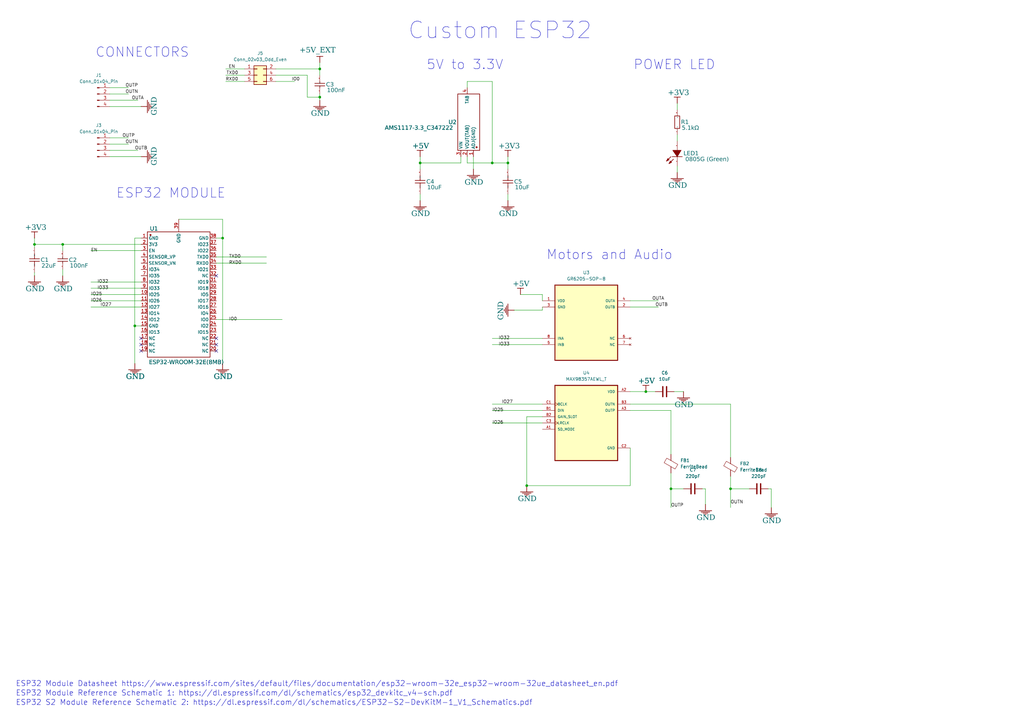
<source format=kicad_sch>
(kicad_sch (version 20231120) (generator "eeschema") (generator_version "8.0")
  (paper "User" 414.782 292.227)
  (lib_symbols
    (symbol "+3V3" (power) (pin_numbers hide) (pin_names hide)
      (property "Value" "+3V3" (at 0 3.81 0))
      (symbol "+3V3_0_0"
        (polyline (pts (xy -1.27 -2.54) (xy 1.27 -2.54)) (stroke (width 0.254)))
        (polyline (pts (xy 0 0) (xy 0 -2.54)) (stroke (width 0.254)))
        (pin power_in line (at 0 0 270) (length 0) (name "+3V3") (number "1"))
      )
    )
    (symbol "+5V" (power) (pin_numbers hide) (pin_names hide)
      (property "Value" "+5V" (at 0 3.81 0))
      (symbol "+5V_0_0"
        (polyline (pts (xy -1.27 -2.54) (xy 1.27 -2.54)) (stroke (width 0.254)))
        (polyline (pts (xy 0 0) (xy 0 -2.54)) (stroke (width 0.254)))
        (pin power_in line (at 0 0 270) (length 0) (name "+5V") (number "1"))
      )
    )
    (symbol "+5V_EXT" (power) (pin_numbers hide) (pin_names hide)
      (property "Value" "+5V_EXT" (at 0 3.81 0))
      (symbol "+5V_EXT_0_0"
        (polyline (pts (xy -1.27 -2.54) (xy 1.27 -2.54)) (stroke (width 0.254)))
        (polyline (pts (xy 0 0) (xy 0 -2.54)) (stroke (width 0.254)))
        (pin power_in line (at 0 0 270) (length 0) (name "+5V_EXT") (number "1"))
      )
    )
    (symbol "0402WGF5101TCE"
      (property "Reference" "R1" (at 1.524 0.8763 0))
      (property "Value" "5.1kΩ" (at 1.524 -1.4097 0))
      (symbol "0402WGF5101TCE_0_0"
        (rectangle (start -1.016 2.54) (end 1.016 -2.54) (stroke (width 0.254)))
        (pin input line (at 0 -5.08 90) (length 2.54) (name "1") (number "1"))
        (pin input line (at 0 5.08 270) (length 2.54) (name "2") (number "2"))
      )
    )
    (symbol "0805G (Green)"
      (property "Reference" "LED1" (at 2.54 0.9017 0))
      (property "Value" "0805G (Green)" (at 2.54 -1.4097 0))
      (symbol "0805G (Green)_0_0"
        (polyline (pts (xy -2.54 -1.27) (xy -4.318 -3.048)) (stroke (width 0.254)))
        (polyline (pts (xy -2.032 -1.27) (xy 2.032 -1.27)) (stroke (width 0.254)))
        (polyline (pts (xy -1.524 -2.286) (xy -3.302 -4.064)) (stroke (width 0.254)))
        (polyline (pts (xy -4.318 -3.048) (xy -3.81 -2.032) (xy -3.302 -2.54) (xy -4.318 -3.048)) (stroke (width 0.254)) (fill (type outline)))
        (polyline (pts (xy -3.302 -4.064) (xy -2.794 -3.048) (xy -2.286 -3.556) (xy -3.302 -4.064)) (stroke (width 0.254)) (fill (type outline)))
        (polyline (pts (xy 1.524 1.27) (xy 0 -1.27) (xy -1.778 1.27) (xy 1.524 1.27)) (stroke (width 0.254)) (fill (type outline)))
        (pin unspecified line (at 0 -5.08 90) (length 3.81) (name "K") (number "1"))
        (pin unspecified line (at 0 5.08 270) (length 3.81) (name "A") (number "2"))
      )
    )
    (symbol "AMS1117-3.3_C347222"
      (property "Reference" "U1" (at -4.318 -0.4191 0))
      (property "Value" "AMS1117-3.3_C347222" (at -4.318 -2.6543 0))
      (symbol "AMS1117-3.3_C347222_0_0"
        (rectangle (start -3.81 10.16) (end 5.08 -12.7) (stroke (width 0.254)))
        (circle (center 3.81 -11.43) (radius 0.254) (stroke (width 0.254)) (fill (type outline)))
        (pin unspecified line (at 2.54 -15.24 90) (length 2.54) (name "ADJ(GND)") (number "1"))
        (pin unspecified line (at 0 -15.24 90) (length 2.54) (name "VOUT(TAB)") (number "2"))
        (pin unspecified line (at -2.54 -15.24 90) (length 2.54) (name "VIN") (number "3"))
        (pin unspecified line (at 0 12.7 270) (length 2.54) (name "TAB") (number "4"))
      )
    )
    (symbol "CL05A106MP5NUNC_C315248"
      (property "Reference" "C1" (at 2.54 0.8509 0))
      (property "Value" "10uF" (at 2.54 -1.3843 0))
      (symbol "CL05A106MP5NUNC_C315248_0_0"
        (polyline (pts (xy -2.032 0.508) (xy 2.032 0.508)) (stroke (width 0.254)))
        (polyline (pts (xy 0 -0.508) (xy 0 -2.54)) (stroke (width 0.254)))
        (polyline (pts (xy 0 2.54) (xy 0 0.508)) (stroke (width 0.254)))
        (polyline (pts (xy 2.032 -0.508) (xy -2.032 -0.508)) (stroke (width 0.254)))
        (pin unspecified line (at 0 -5.08 90) (length 2.54) (name "1") (number "1"))
        (pin unspecified line (at 0 5.08 270) (length 2.54) (name "2") (number "2"))
      )
    )
    (symbol "CL05A106MP5NUNC_C315248_1"
      (property "Reference" "C2" (at 2.54 0.8509 0))
      (property "Value" "10uF" (at 2.54 -1.3843 0))
      (symbol "CL05A106MP5NUNC_C315248_1_0_0"
        (polyline (pts (xy -2.032 0.508) (xy 2.032 0.508)) (stroke (width 0.254)))
        (polyline (pts (xy 0 -0.508) (xy 0 -2.54)) (stroke (width 0.254)))
        (polyline (pts (xy 0 2.54) (xy 0 0.508)) (stroke (width 0.254)))
        (polyline (pts (xy 2.032 -0.508) (xy -2.032 -0.508)) (stroke (width 0.254)))
        (pin unspecified line (at 0 -5.08 90) (length 2.54) (name "1") (number "1"))
        (pin unspecified line (at 0 5.08 270) (length 2.54) (name "2") (number "2"))
      )
    )
    (symbol "CL05B104KO5NNNC_1"
      (property "Reference" "C11" (at 2.54 0.8509 0))
      (property "Value" "100nF" (at 2.54 -1.3843 0))
      (symbol "CL05B104KO5NNNC_1_0_0"
        (polyline (pts (xy -2.032 -0.508) (xy 2.032 -0.508)) (stroke (width 0.254)))
        (polyline (pts (xy -2.032 0.508) (xy 2.032 0.508)) (stroke (width 0.254)))
        (polyline (pts (xy 0 -1.27) (xy 0 -0.508)) (stroke (width 0.254)))
        (polyline (pts (xy 0 0.508) (xy 0 1.27)) (stroke (width 0.254)))
        (pin input line (at 0 -3.81 90) (length 2.54) (name "1") (number "1"))
        (pin input line (at 0 3.81 270) (length 2.54) (name "2") (number "2"))
      )
    )
    (symbol "CL05B104KO5NNNC_5"
      (property "Reference" "C12" (at 2.54 0.8509 0))
      (property "Value" "100nF" (at 2.54 -1.3843 0))
      (symbol "CL05B104KO5NNNC_5_0_0"
        (polyline (pts (xy -2.032 -0.508) (xy 2.032 -0.508)) (stroke (width 0.254)))
        (polyline (pts (xy -2.032 0.508) (xy 2.032 0.508)) (stroke (width 0.254)))
        (polyline (pts (xy 0 -1.27) (xy 0 -0.508)) (stroke (width 0.254)))
        (polyline (pts (xy 0 0.508) (xy 0 1.27)) (stroke (width 0.254)))
        (pin input line (at 0 -3.81 90) (length 2.54) (name "1") (number "1"))
        (pin input line (at 0 3.81 270) (length 2.54) (name "2") (number "2"))
      )
    )
    (symbol "CL21A226MAYNNNE"
      (property "Reference" "C10" (at 2.54 0.8763 0))
      (property "Value" "22uF" (at 2.54 -1.4097 0))
      (symbol "CL21A226MAYNNNE_0_0"
        (polyline (pts (xy -2.032 0.508) (xy 2.032 0.508)) (stroke (width 0.254)))
        (polyline (pts (xy 0 -0.508) (xy 0 -2.54)) (stroke (width 0.254)))
        (polyline (pts (xy 0 2.54) (xy 0 0.508)) (stroke (width 0.254)))
        (polyline (pts (xy 2.032 -0.508) (xy -2.032 -0.508)) (stroke (width 0.254)))
        (pin unspecified line (at 0 -5.08 90) (length 2.54) (name "1") (number "1"))
        (pin unspecified line (at 0 5.08 270) (length 2.54) (name "2") (number "2"))
      )
    )
    (symbol "Connector:Conn_01x04_Pin" (pin_names (offset 1.016) hide)
      (property "Reference" "J" (at 0 5.08 0))
      (property "Value" "Conn_01x04_Pin" (at 0 -7.62 0))
      (symbol "Conn_01x04_Pin_1_1"
        (polyline (pts (xy 1.27 -5.08) (xy 0.8636 -5.08)) (stroke (width 0.1524)))
        (polyline (pts (xy 1.27 -2.54) (xy 0.8636 -2.54)) (stroke (width 0.1524)))
        (polyline (pts (xy 1.27 0) (xy 0.8636 0)) (stroke (width 0.1524)))
        (polyline (pts (xy 1.27 2.54) (xy 0.8636 2.54)) (stroke (width 0.1524)))
        (rectangle (start 0.8636 -4.953) (end 0 -5.207) (stroke (width 0.1524)) (fill (type outline)))
        (rectangle (start 0.8636 -2.413) (end 0 -2.667) (stroke (width 0.1524)) (fill (type outline)))
        (rectangle (start 0.8636 0.127) (end 0 -0.127) (stroke (width 0.1524)) (fill (type outline)))
        (rectangle (start 0.8636 2.667) (end 0 2.413) (stroke (width 0.1524)) (fill (type outline)))
        (pin passive line (at 5.08 2.54 180) (length 3.81) (name "Pin_1") (number "1"))
        (pin passive line (at 5.08 0 180) (length 3.81) (name "Pin_2") (number "2"))
        (pin passive line (at 5.08 -2.54 180) (length 3.81) (name "Pin_3") (number "3"))
        (pin passive line (at 5.08 -5.08 180) (length 3.81) (name "Pin_4") (number "4"))
      )
    )
    (symbol "Connector_Generic:Conn_02x03_Odd_Even" (pin_names (offset 1.016) hide)
      (property "Reference" "J" (at 1.27 5.08 0))
      (property "Value" "Conn_02x03_Odd_Even" (at 1.27 -5.08 0))
      (symbol "Conn_02x03_Odd_Even_1_1"
        (rectangle (start -1.27 -2.413) (end 0 -2.667) (stroke (width 0.1524)))
        (rectangle (start -1.27 0.127) (end 0 -0.127) (stroke (width 0.1524)))
        (rectangle (start -1.27 2.667) (end 0 2.413) (stroke (width 0.1524)))
        (rectangle (start -1.27 3.81) (end 3.81 -3.81) (stroke (width 0.254)) (fill (type background)))
        (rectangle (start 3.81 -2.413) (end 2.54 -2.667) (stroke (width 0.1524)))
        (rectangle (start 3.81 0.127) (end 2.54 -0.127) (stroke (width 0.1524)))
        (rectangle (start 3.81 2.667) (end 2.54 2.413) (stroke (width 0.1524)))
        (pin passive line (at -5.08 2.54 0) (length 3.81) (name "Pin_1") (number "1"))
        (pin passive line (at 7.62 2.54 180) (length 3.81) (name "Pin_2") (number "2"))
        (pin passive line (at -5.08 0 0) (length 3.81) (name "Pin_3") (number "3"))
        (pin passive line (at 7.62 0 180) (length 3.81) (name "Pin_4") (number "4"))
        (pin passive line (at -5.08 -2.54 0) (length 3.81) (name "Pin_5") (number "5"))
        (pin passive line (at 7.62 -2.54 180) (length 3.81) (name "Pin_6") (number "6"))
      )
    )
    (symbol "Device:C" (pin_numbers hide) (pin_names (offset 0.254))
      (property "Reference" "C" (at 0.635 2.54 0))
      (property "Value" "C" (at 0.635 -2.54 0))
      (symbol "C_0_1"
        (polyline (pts (xy -2.032 -0.762) (xy 2.032 -0.762)) (stroke (width 0.508)))
        (polyline (pts (xy -2.032 0.762) (xy 2.032 0.762)) (stroke (width 0.508)))
      )
      (symbol "C_1_1"
        (pin passive line (at 0 3.81 270) (length 2.794) (name "~") (number "1"))
        (pin passive line (at 0 -3.81 90) (length 2.794) (name "~") (number "2"))
      )
    )
    (symbol "Device:FerriteBead" (pin_numbers hide) (pin_names (offset 0))
      (property "Reference" "FB" (at -3.81 0.635 90))
      (property "Value" "FerriteBead" (at 3.81 0 90))
      (symbol "FerriteBead_0_1"
        (polyline (pts (xy 0 -1.27) (xy 0 -1.2192)))
        (polyline (pts (xy 0 1.27) (xy 0 1.2954)))
        (polyline (pts (xy -2.7686 0.4064) (xy -1.7018 2.2606) (xy 2.7686 -0.3048) (xy 1.6764 -2.159) (xy -2.7686 0.4064)))
      )
      (symbol "FerriteBead_1_1"
        (pin passive line (at 0 3.81 270) (length 2.54) (name "~") (number "1"))
        (pin passive line (at 0 -3.81 90) (length 2.54) (name "~") (number "2"))
      )
    )
    (symbol "ESP32-WROOM-32E(8MB)"
      (property "Reference" "U3" (at -11.6586 30.0609 0))
      (property "Value" "ESP32-WROOM-32E(8MB)" (at -13.843 -23.9903 0))
      (symbol "ESP32-WROOM-32E(8MB)_0_0"
        (rectangle (start -12.7 27.94) (end 12.7 -22.86) (stroke (width 0.254)))
        (circle (center -11.43 26.67) (radius 0.254) (stroke (width 0.254)) (fill (type outline)))
        (pin unspecified line (at -15.24 25.4 0) (length 2.54) (name "GND") (number "1"))
        (pin unspecified line (at -15.24 2.54 0) (length 2.54) (name "IO25") (number "10"))
        (pin unspecified line (at -15.24 0 0) (length 2.54) (name "IO26") (number "11"))
        (pin unspecified line (at -15.24 -2.54 0) (length 2.54) (name "IO27") (number "12"))
        (pin unspecified line (at -15.24 -5.08 0) (length 2.54) (name "IO14") (number "13"))
        (pin unspecified line (at -15.24 -7.62 0) (length 2.54) (name "IO12") (number "14"))
        (pin unspecified line (at -15.24 -10.16 0) (length 2.54) (name "GND") (number "15"))
        (pin unspecified line (at -15.24 -12.7 0) (length 2.54) (name "IO13") (number "16"))
        (pin unspecified line (at -15.24 -15.24 0) (length 2.54) (name "NC") (number "17"))
        (pin unspecified line (at -15.24 -17.78 0) (length 2.54) (name "NC") (number "18"))
        (pin unspecified line (at -15.24 -20.32 0) (length 2.54) (name "NC") (number "19"))
        (pin unspecified line (at -15.24 22.86 0) (length 2.54) (name "3V3") (number "2"))
        (pin unspecified line (at 15.24 -20.32 180) (length 2.54) (name "NC") (number "20"))
        (pin unspecified line (at 15.24 -17.78 180) (length 2.54) (name "NC") (number "21"))
        (pin unspecified line (at 15.24 -15.24 180) (length 2.54) (name "NC") (number "22"))
        (pin unspecified line (at 15.24 -12.7 180) (length 2.54) (name "IO15") (number "23"))
        (pin unspecified line (at 15.24 -10.16 180) (length 2.54) (name "IO2") (number "24"))
        (pin unspecified line (at 15.24 -7.62 180) (length 2.54) (name "IO0") (number "25"))
        (pin unspecified line (at 15.24 -5.08 180) (length 2.54) (name "IO4") (number "26"))
        (pin unspecified line (at 15.24 -2.54 180) (length 2.54) (name "IO16") (number "27"))
        (pin unspecified line (at 15.24 0 180) (length 2.54) (name "IO17") (number "28"))
        (pin unspecified line (at 15.24 2.54 180) (length 2.54) (name "IO5") (number "29"))
        (pin unspecified line (at -15.24 20.32 0) (length 2.54) (name "EN") (number "3"))
        (pin unspecified line (at 15.24 5.08 180) (length 2.54) (name "IO18") (number "30"))
        (pin unspecified line (at 15.24 7.62 180) (length 2.54) (name "IO19") (number "31"))
        (pin unspecified line (at 15.24 10.16 180) (length 2.54) (name "NC") (number "32"))
        (pin unspecified line (at 15.24 12.7 180) (length 2.54) (name "IO21") (number "33"))
        (pin unspecified line (at 15.24 15.24 180) (length 2.54) (name "RXD0") (number "34"))
        (pin unspecified line (at 15.24 17.78 180) (length 2.54) (name "TXD0") (number "35"))
        (pin unspecified line (at 15.24 20.32 180) (length 2.54) (name "IO22") (number "36"))
        (pin unspecified line (at 15.24 22.86 180) (length 2.54) (name "IO23") (number "37"))
        (pin unspecified line (at 15.24 25.4 180) (length 2.54) (name "GND") (number "38"))
        (pin unspecified line (at 0 33.02 270) (length 5.08) (name "GND") (number "39"))
        (pin unspecified line (at -15.24 17.78 0) (length 2.54) (name "SENSOR_VP") (number "4"))
        (pin unspecified line (at -15.24 15.24 0) (length 2.54) (name "SENSOR_VN") (number "5"))
        (pin unspecified line (at -15.24 12.7 0) (length 2.54) (name "IO34") (number "6"))
        (pin unspecified line (at -15.24 10.16 0) (length 2.54) (name "IO35") (number "7"))
        (pin unspecified line (at -15.24 7.62 0) (length 2.54) (name "IO32") (number "8"))
        (pin unspecified line (at -15.24 5.08 0) (length 2.54) (name "IO33") (number "9"))
      )
    )
    (symbol "GND" (power) (pin_numbers hide) (pin_names hide)
      (property "Value" "GND" (at 0 6.35 0))
      (symbol "GND_0_0"
        (polyline (pts (xy -2.54 -2.54) (xy 2.54 -2.54)) (stroke (width 0.254)))
        (polyline (pts (xy -1.778 -3.048) (xy 1.778 -3.048)) (stroke (width 0.254)))
        (polyline (pts (xy -1.016 -3.556) (xy 1.016 -3.556)) (stroke (width 0.254)))
        (polyline (pts (xy -0.254 -4.064) (xy 0.254 -4.064)) (stroke (width 0.254)))
        (polyline (pts (xy 0 0) (xy 0 -2.54)) (stroke (width 0.254)))
        (pin power_in line (at 0 0 270) (length 0) (name "GND") (number "1"))
      )
    )
    (symbol "GR6205-SOP-8:GR6205-SOP-8" (pin_names (offset 1.016))
      (property "Reference" "U" (at -5.4943 14.9312 0))
      (property "Value" "GR6205-SOP-8" (at -3.0235 -20.8853 0))
      (symbol "GR6205-SOP-8_0_0"
        (rectangle (start -12.7 12.7) (end 12.7 -17.78) (stroke (width 0.4064)) (fill (type background)))
      )
      (symbol "GR6205-SOP-8_1_0"
        (pin power_in line (at -17.78 6.35 0) (length 5.08) (name "VDD") (number "1"))
        (pin output line (at 17.78 3.81 180) (length 5.08) (name "OUTB") (number "2"))
        (pin power_in line (at -17.78 3.81 0) (length 5.08) (name "GND") (number "3"))
        (pin output line (at 17.78 6.35 180) (length 5.08) (name "OUTA") (number "4"))
        (pin input line (at -17.78 -11.43 0) (length 5.08) (name "INB") (number "5"))
        (pin no_connect line (at 17.78 -8.89 180) (length 5.08) (name "NC") (number "6"))
        (pin no_connect line (at 17.78 -11.43 180) (length 5.08) (name "NC") (number "7"))
        (pin input line (at -17.78 -8.89 0) (length 5.08) (name "INA") (number "8"))
      )
    )
    (symbol "MAX98357AEWL_T:MAX98357AEWL_T" (pin_names (offset 1.016))
      (property "Reference" "U" (at -12.7 16.24 0))
      (property "Value" "MAX98357AEWL_T" (at -12.7 -19.24 0))
      (symbol "MAX98357AEWL_T_0_0"
        (rectangle (start -12.7 -15.24) (end 12.7 15.24) (stroke (width 0.41)) (fill (type background)))
        (pin input line (at -17.78 -2.54 0) (length 5.08) (name "SD_MODE") (number "A1"))
        (pin power_in line (at 17.78 12.7 180) (length 5.08) (name "VDD") (number "A2"))
        (pin output line (at 17.78 5.08 180) (length 5.08) (name "OUTP") (number "A3"))
        (pin input line (at -17.78 5.08 0) (length 5.08) (name "DIN") (number "B1"))
        (pin input line (at -17.78 2.54 0) (length 5.08) (name "GAIN_SLOT") (number "B2"))
        (pin output line (at 17.78 7.62 180) (length 5.08) (name "OUTN") (number "B3"))
        (pin input clock (at -17.78 7.62 0) (length 5.08) (name "BCLK") (number "C1"))
        (pin power_in line (at 17.78 -10.16 180) (length 5.08) (name "GND") (number "C2"))
        (pin input clock (at -17.78 0 0) (length 5.08) (name "LRCLK") (number "C3"))
      )
    )
  )
  (junction (at 205.74 66.04))
  (junction (at 25.4 99.06))
  (junction (at 170.18 66.04))
  (junction (at 54.61 132.08))
  (junction (at 129.54 39.37))
  (junction (at 271.78 198.12))
  (junction (at 90.17 96.52))
  (junction (at 199.39 66.04))
  (junction (at 13.97 99.06))
  (junction (at 213.36 196.85))
  (junction (at 295.91 198.12))
  (junction (at 261.62 158.75))
  (junction (at 129.54 27.94))
  (no_connect (at 87.63 137.16))
  (no_connect (at 57.15 137.16))
  (no_connect (at 57.15 139.7))
  (no_connect (at 57.15 142.24))
  (no_connect (at 87.63 142.24))
  (no_connect (at 87.63 139.7))
  (no_connect (at 87.63 111.76))
  (wire (pts (xy 129.54 25.4) (xy 129.54 27.94)))
  (wire (pts (xy 189.23 35.56) (xy 189.23 33.02)))
  (wire (pts (xy 208.28 125.73) (xy 219.71 125.73)))
  (wire (pts (xy 129.54 27.94) (xy 129.54 30.48)))
  (wire (pts (xy 170.18 66.04) (xy 170.18 63.5)))
  (wire (pts (xy 25.4 101.6) (xy 25.4 99.06)))
  (wire (pts (xy 219.71 119.38) (xy 219.71 121.92)))
  (wire (pts (xy 219.71 171.45) (xy 199.39 171.45)))
  (wire (pts (xy 124.46 39.37) (xy 129.54 39.37)))
  (wire (pts (xy 170.18 78.74) (xy 170.18 81.28)))
  (wire (pts (xy 91.44 33.02) (xy 99.06 33.02)))
  (wire (pts (xy 199.39 139.7) (xy 219.71 139.7)))
  (wire (pts (xy 13.97 110.49) (xy 13.97 111.76)))
  (wire (pts (xy 271.78 166.37) (xy 271.78 184.15)))
  (wire (pts (xy 44.45 35.56) (xy 52.07 35.56)))
  (wire (pts (xy 55.88 60.96) (xy 44.45 60.96)))
  (wire (pts (xy 107.95 104.14) (xy 87.63 104.14)))
  (wire (pts (xy 273.05 158.75) (xy 276.86 158.75)))
  (wire (pts (xy 261.62 158.75) (xy 265.43 158.75)))
  (wire (pts (xy 111.76 33.02) (xy 119.38 33.02)))
  (wire (pts (xy 25.4 99.06) (xy 13.97 99.06)))
  (wire (pts (xy 274.32 67.31) (xy 274.32 69.85)))
  (wire (pts (xy 44.45 40.64) (xy 55.88 40.64)))
  (wire (pts (xy 205.74 78.74) (xy 205.74 81.28)))
  (wire (pts (xy 111.76 30.48) (xy 124.46 30.48)))
  (wire (pts (xy 295.91 198.12) (xy 303.53 198.12)))
  (wire (pts (xy 199.39 66.04) (xy 189.23 66.04)))
  (wire (pts (xy 107.95 106.68) (xy 87.63 106.68)))
  (wire (pts (xy 213.36 168.91) (xy 213.36 196.85)))
  (wire (pts (xy 44.45 55.88) (xy 52.07 55.88)))
  (wire (pts (xy 205.74 68.58) (xy 205.74 66.04)))
  (wire (pts (xy 129.54 39.37) (xy 129.54 40.64)))
  (wire (pts (xy 44.45 58.42) (xy 52.07 58.42)))
  (wire (pts (xy 271.78 198.12) (xy 276.86 198.12)))
  (wire (pts (xy 210.82 119.38) (xy 219.71 119.38)))
  (wire (pts (xy 13.97 99.06) (xy 13.97 100.33)))
  (wire (pts (xy 13.97 96.52) (xy 13.97 99.06)))
  (wire (pts (xy 186.69 66.04) (xy 170.18 66.04)))
  (wire (pts (xy 271.78 198.12) (xy 271.78 205.74)))
  (wire (pts (xy 219.71 137.16) (xy 199.39 137.16)))
  (wire (pts (xy 57.15 124.46) (xy 36.83 124.46)))
  (wire (pts (xy 311.15 198.12) (xy 312.42 198.12)))
  (wire (pts (xy 90.17 88.9) (xy 90.17 96.52)))
  (wire (pts (xy 57.15 119.38) (xy 36.83 119.38)))
  (wire (pts (xy 57.15 99.06) (xy 25.4 99.06)))
  (wire (pts (xy 266.7 124.46) (xy 255.27 124.46)))
  (wire (pts (xy 219.71 166.37) (xy 199.39 166.37)))
  (wire (pts (xy 255.27 166.37) (xy 271.78 166.37)))
  (wire (pts (xy 91.44 27.94) (xy 99.06 27.94)))
  (wire (pts (xy 219.71 168.91) (xy 213.36 168.91)))
  (wire (pts (xy 191.77 63.5) (xy 191.77 68.58)))
  (wire (pts (xy 90.17 96.52) (xy 90.17 147.32)))
  (wire (pts (xy 219.71 163.83) (xy 199.39 163.83)))
  (wire (pts (xy 129.54 38.1) (xy 129.54 39.37)))
  (wire (pts (xy 54.61 96.52) (xy 54.61 132.08)))
  (wire (pts (xy 189.23 33.02) (xy 199.39 33.02)))
  (wire (pts (xy 295.91 198.12) (xy 295.91 205.74)))
  (wire (pts (xy 54.61 132.08) (xy 54.61 147.32)))
  (wire (pts (xy 44.45 43.18) (xy 57.15 43.18)))
  (wire (pts (xy 87.63 96.52) (xy 90.17 96.52)))
  (wire (pts (xy 295.91 163.83) (xy 295.91 185.42)))
  (wire (pts (xy 72.39 88.9) (xy 90.17 88.9)))
  (wire (pts (xy 312.42 198.12) (xy 312.42 205.74)))
  (wire (pts (xy 205.74 63.5) (xy 205.74 66.04)))
  (wire (pts (xy 111.76 27.94) (xy 129.54 27.94)))
  (wire (pts (xy 271.78 191.77) (xy 271.78 198.12)))
  (wire (pts (xy 57.15 101.6) (xy 36.83 101.6)))
  (wire (pts (xy 57.15 116.84) (xy 36.83 116.84)))
  (wire (pts (xy 114.3 129.54) (xy 87.63 129.54)))
  (wire (pts (xy 186.69 63.5) (xy 186.69 66.04)))
  (wire (pts (xy 274.32 54.61) (xy 274.32 57.15)))
  (wire (pts (xy 255.27 121.92) (xy 266.7 121.92)))
  (wire (pts (xy 57.15 96.52) (xy 54.61 96.52)))
  (wire (pts (xy 91.44 30.48) (xy 99.06 30.48)))
  (wire (pts (xy 255.27 163.83) (xy 295.91 163.83)))
  (wire (pts (xy 219.71 125.73) (xy 219.71 124.46)))
  (wire (pts (xy 295.91 193.04) (xy 295.91 198.12)))
  (wire (pts (xy 189.23 66.04) (xy 189.23 63.5)))
  (wire (pts (xy 44.45 38.1) (xy 52.07 38.1)))
  (wire (pts (xy 205.74 66.04) (xy 199.39 66.04)))
  (wire (pts (xy 213.36 196.85) (xy 255.27 196.85)))
  (wire (pts (xy 57.15 114.3) (xy 36.83 114.3)))
  (wire (pts (xy 199.39 33.02) (xy 199.39 66.04)))
  (wire (pts (xy 285.75 198.12) (xy 285.75 204.47)))
  (wire (pts (xy 170.18 68.58) (xy 170.18 66.04)))
  (wire (pts (xy 255.27 181.61) (xy 255.27 196.85)))
  (wire (pts (xy 25.4 109.22) (xy 25.4 111.76)))
  (wire (pts (xy 284.48 198.12) (xy 285.75 198.12)))
  (wire (pts (xy 44.45 63.5) (xy 57.15 63.5)))
  (wire (pts (xy 274.32 44.45) (xy 274.32 41.91)))
  (wire (pts (xy 57.15 121.92) (xy 36.83 121.92)))
  (wire (pts (xy 57.15 132.08) (xy 54.61 132.08)))
  (wire (pts (xy 124.46 30.48) (xy 124.46 39.37)))
  (wire (pts (xy 255.27 158.75) (xy 261.62 158.75)))
  (text "POWER LED" (at 256.54 24.0792 0) (effects (font (size 3.8608 3.8608)) (justify left top)))
  (text "Motors and Audio" (at 221.234 101.092 0) (effects (font (size 3.8608 3.8608)) (justify left top)))
  (text "Custom ESP32\n" (at 165.1 8.4836 0) (effects (font (size 6.7564 6.7564)) (justify left top)))
  (text "ESP32 Module Reference Schematic 1: https://dl.espressif.com/dl/schematics/esp32_devkitc_v4-sch.pdf" (at 6.35 279.7683 0) (effects (font (size 2.1717 2.1717)) (justify left top)))
  (text "ESP32 MODULE" (at 46.99 76.1492 0) (effects (font (size 3.8608 3.8608)) (justify left top)))
  (text "CONNECTORS" (at 38.608 19.05 0) (effects (font (size 3.8608 3.8608)) (justify left top)))
  (text "ESP32 Module Datasheet https://www.espressif.com/sites/default/files/documentation/esp32-wroom-32e_esp32-wroom-32ue_datasheet_en.pdf" (at 6.35 275.9583 0) (effects (font (size 2.1717 2.1717)) (justify left top)))
  (text "5V to 3.3V" (at 172.72 24.0792 0) (effects (font (size 3.8608 3.8608)) (justify left top)))
  (text "ESP32 S2 Module Reference Schematic 2: https://dl.espressif.com/dl/schematics/ESP32-S2-DevKitM-1_V1_Schematics.pdf" (at 6.35 283.5783 0) (effects (font (size 2.1717 2.1717)) (justify left top)))
  (label "TXD0" (at 96.52 30.48 180))
  (label "OUTA" (at 53.34 40.64 0))
  (label "IO27" (at 203.2 163.83 0))
  (label "IO33" (at 39.37 116.84 0))
  (label "IO25" (at 199.39 166.37 0))
  (label "OUTB" (at 54.61 60.96 0))
  (label "OUTP" (at 50.8 35.56 0))
  (label "EN" (at 95.25 27.94 180))
  (label "IO27" (at 40.64 124.46 0))
  (label "OUTN" (at 50.8 38.1 0))
  (label "OUTP" (at 49.53 55.88 0))
  (label "IO32" (at 39.37 114.3 0))
  (label "IO25" (at 36.83 119.38 0))
  (label "IO32" (at 201.93 137.16 0))
  (label "OUTN" (at 50.8 58.42 0))
  (label "OUTB" (at 265.43 124.46 0))
  (label "IO26" (at 36.83 121.92 0))
  (label "IO0" (at 92.71 129.54 0))
  (label "RXD0" (at 92.71 106.68 0))
  (label "OUTP" (at 271.78 205.74 0))
  (label "IO26" (at 199.39 171.45 0))
  (label "TXD0" (at 92.71 104.14 0))
  (label "IO0" (at 118.11 33.02 0))
  (label "RXD0" (at 96.52 33.02 180))
  (label "OUTA" (at 264.16 121.92 0))
  (label "OUTN" (at 295.91 204.47 0))
  (label "EN" (at 36.83 101.6 0))
  (label "IO33" (at 201.93 139.7 0))
  (symbol (lib_id "GND") (at 57.15 43.18 90) (unit 1)
    (property "Reference" "#PWR0102" (effects (hide yes)))
    (property "Value" "GND" (at 63.754 46.482 0) (effects (font (size 2.1717 2.1717)) (justify left bottom)))
    (property "Description" "Power symbol creates a global label with name 'GND'" (effects (hide yes)))
  )
  (symbol (lib_id "MAX98357AEWL_T:MAX98357AEWL_T") (at 237.49 171.45 0) (unit 1)
    (property "Reference" "U4" (at 237.49 151.13 0))
    (property "Value" "MAX98357AEWL_T" (at 237.49 153.67 0))
    (property "Footprint" "MAX98357AEWL_T:BGA9N40P3X3_134X143X69N" (effects (hide yes)))
    (property "MF" "Analog Devices" (effects (hide yes)))
    (property "Description_1" "\n                        \n                            Tiny, Low-Cost, PCM Class D Amplifier with Class AB Performance\n                        \n" (effects (hide yes)))
    (property "Package" "WLP-9 Maxim" (effects (hide yes)))
    (property "Price" "None" (effects (hide yes)))
    (property "SnapEDA_Link" "https://www.snapeda.com/parts/MAX98357AEWL+T/Analog+Devices/view-part/?ref=snap" (effects (hide yes)))
    (property "MP" "MAX98357AEWL+T" (effects (hide yes)))
    (property "Availability" "In Stock" (effects (hide yes)))
    (property "Check_prices" "https://www.snapeda.com/parts/MAX98357AEWL+T/Analog+Devices/view-part/?ref=eda" (effects (hide yes)))
  )
  (symbol (lib_id "0402WGF5101TCE") (at 274.32 49.53 0) (unit 1)
    (property "Reference" "R1" (at 275.844 48.6537 0) (effects (font (size 1.6891 1.6891)) (justify left top)))
    (property "Value" "5.1kΩ" (at 275.844 50.9397 0) (effects (font (size 1.6891 1.6891)) (justify left top)))
    (property "Footprint" "5-1-ohm-resistor:RES_ERJ2RKF5101X" (effects (hide yes)))
    (property "Manufacturer Part" "0402WGF5101TCE" (effects (hide yes)))
    (property "Manufacturer" "UniOhm" (effects (hide yes)))
    (property "Supplier Part" "C25905" (effects (hide yes)))
    (property "Supplier" "LCSC" (effects (hide yes)))
  )
  (symbol (lib_id "GND") (at 90.17 147.32 0) (unit 1)
    (property "Reference" "#PWR0117" (effects (hide yes)))
    (property "Value" "GND" (at 86.868 153.924 0) (effects (font (size 2.1717 2.1717)) (justify left bottom)))
    (property "Description" "Power symbol creates a global label with name 'GND'" (effects (hide yes)))
  )
  (symbol (lib_id "+5V") (at 261.62 158.75 0) (mirror x) (unit 1)
    (property "Reference" "#PWR0108" (effects (hide yes)))
    (property "Value" "+5V" (at 258.3688 155.7274 0) (effects (font (size 2.1717 2.1717)) (justify left top)))
    (property "Description" "Power symbol creates a global label with name '+5V'" (effects (hide yes)))
  )
  (symbol (lib_id "Device:C") (at 269.24 158.75 90) (unit 1)
    (property "Reference" "C6" (at 269.24 151.13 90))
    (property "Value" "10uF" (at 269.24 153.67 90))
    (property "Footprint" "10 uF capacitor:CAPC1608X90N" (effects (hide yes)))
    (property "Description" "Unpolarized capacitor" (effects (hide yes)))
  )
  (symbol (lib_id "Device:FerriteBead") (at 295.91 189.23 0) (unit 1)
    (property "Reference" "FB2" (at 299.72 187.9091 0) (effects (justify left)))
    (property "Value" "FerriteBead" (at 299.72 190.4491 0) (effects (justify left)))
    (property "Footprint" "ferrite:0402ferritebead" (effects (hide yes)))
    (property "Description" "Ferrite bead" (effects (hide yes)))
  )
  (symbol (lib_id "GND") (at 54.61 147.32 0) (unit 1)
    (property "Reference" "#PWR0116" (effects (hide yes)))
    (property "Value" "GND" (at 51.308 153.924 0) (effects (font (size 2.1717 2.1717)) (justify left bottom)))
    (property "Description" "Power symbol creates a global label with name 'GND'" (effects (hide yes)))
  )
  (symbol (lib_id "Connector:Conn_01x04_Pin") (at 39.37 58.42 0) (unit 1)
    (property "Reference" "J3" (at 40.005 50.8 0))
    (property "Value" "Conn_01x04_Pin" (at 40.005 53.34 0))
    (property "Footprint" "Connector_Wire:SolderWire-0.75sqmm_1x04_P4.8mm_D1.25mm_OD2.3mm" (effects (hide yes)))
    (property "Description" "Generic connector, single row, 01x04, script generated" (effects (hide yes)))
  )
  (symbol (lib_id "0805G (Green)") (at 274.32 62.23 0) (unit 1)
    (property "Reference" "LED1" (at 276.86 61.3283 0) (effects (font (size 1.6891 1.6891)) (justify left top)))
    (property "Value" "0805G (Green)" (at 276.86 63.6397 0) (effects (font (size 1.6891 1.6891)) (justify left top)))
    (property "Footprint" "KP-1608SURCK:LED_KP-1608SURCK" (effects (hide yes)))
    (property "Manufacturer Part" "0805G (Green)" (effects (hide yes)))
    (property "Manufacturer" "KENTO" (effects (hide yes)))
    (property "Supplier Part" "C2297" (effects (hide yes)))
    (property "Supplier" "LCSC" (effects (hide yes)))
  )
  (symbol (lib_id "GND") (at 191.77 68.58 0) (unit 1)
    (property "Reference" "#PWR0111" (effects (hide yes)))
    (property "Value" "GND" (at 188.468 75.184 0) (effects (font (size 2.1717 2.1717)) (justify left bottom)))
    (property "Description" "Power symbol creates a global label with name 'GND'" (effects (hide yes)))
  )
  (symbol (lib_id "GR6205-SOP-8:GR6205-SOP-8") (at 237.49 128.27 0) (unit 1)
    (property "Reference" "U3" (at 237.49 110.49 0))
    (property "Value" "GR6205-SOP-8" (at 237.49 113.03 0))
    (property "Footprint" "motor_driver:SOP127P780X200-8N" (effects (hide yes)))
    (property "MF" "Texas Instruments" (effects (hide yes)))
    (property "Description_1" "\n                        \n                            Dual, 30-V, 1-MHz, In to V+, JFET-input operational amplifier\n                        \n" (effects (hide yes)))
    (property "PACKAGE" "MSOP-8" (effects (hide yes)))
    (property "MPN" "TL062CPSR" (effects (hide yes)))
    (property "Price" "None" (effects (hide yes)))
    (property "Package" "SOP-8 Texas Instruments" (effects (hide yes)))
    (property "OC_FARNELL" "1236509" (effects (hide yes)))
    (property "SnapEDA_Link" "https://www.snapeda.com/parts/TL062CPSR/Texas+Instruments/view-part/?ref=snap" (effects (hide yes)))
    (property "MP" "TL062CPSR" (effects (hide yes)))
    (property "SUPPLIER" "TEXAS INSTRUMENTS" (effects (hide yes)))
    (property "OC_NEWARK" "13M5575" (effects (hide yes)))
    (property "Availability" "In Stock" (effects (hide yes)))
    (property "Check_prices" "https://www.snapeda.com/parts/TL062CPSR/Texas+Instruments/view-part/?ref=eda" (effects (hide yes)))
  )
  (symbol (lib_id "AMS1117-3.3_C347222") (at 189.23 48.26 0) (unit 1)
    (property "Reference" "U2" (at 184.912 48.6791 0) (effects (font (size 1.6891 1.6891)) (justify right top)))
    (property "Value" "AMS1117-3.3_C347222" (at 184.912 50.9143 0) (effects (font (size 1.6891 1.6891)) (justify right top)))
    (property "Footprint" "AMS1117-3.3:SOT229P700X180-4N" (effects (hide yes)))
    (property "Manufacturer Part" "AMS1117-3.3" (effects (hide yes)))
    (property "Manufacturer" "Youtai Semiconductor Co., Ltd." (effects (hide yes)))
    (property "Supplier Part" "C347222" (effects (hide yes)))
    (property "Supplier" "LCSC" (effects (hide yes)))
  )
  (symbol (lib_id "GND") (at 13.97 111.76 0) (unit 1)
    (property "Reference" "#PWR0115" (effects (hide yes)))
    (property "Value" "GND" (at 10.668 118.364 0) (effects (font (size 2.1717 2.1717)) (justify left bottom)))
    (property "Description" "Power symbol creates a global label with name 'GND'" (effects (hide yes)))
  )
  (symbol (lib_id "CL05A106MP5NUNC_C315248_1") (at 205.74 73.66 0) (unit 1)
    (property "Reference" "C5" (at 208.28 72.8091 0) (effects (font (size 1.6891 1.6891)) (justify left top)))
    (property "Value" "10uF" (at 208.28 75.0443 0) (effects (font (size 1.6891 1.6891)) (justify left top)))
    (property "Footprint" "10 uF capacitor:CAPC1608X90N" (effects (hide yes)))
    (property "Manufacturer Part" "CL05A106MP5NUNC" (effects (hide yes)))
    (property "Manufacturer" "Samsung Electro-Mechanics" (effects (hide yes)))
    (property "Supplier Part" "C315248" (effects (hide yes)))
    (property "Supplier" "LCSC" (effects (hide yes)))
  )
  (symbol (lib_id "CL05B104KO5NNNC_5") (at 129.54 34.29 0) (unit 1)
    (property "Reference" "C3" (at 132.08 33.4391 0) (effects (font (size 1.6891 1.6891)) (justify left top)))
    (property "Value" "100nF" (at 132.08 35.6743 0) (effects (font (size 1.6891 1.6891)) (justify left top)))
    (property "Footprint" "100 nF Capacitor:CAPC1005X55N" (effects (hide yes)))
    (property "Manufacturer Part" "CL05B104KO5NNNC" (effects (hide yes)))
    (property "Manufacturer" "SAMSUNG" (effects (hide yes)))
    (property "Supplier Part" "C1525" (effects (hide yes)))
    (property "Supplier" "LCSC" (effects (hide yes)))
  )
  (symbol (lib_id "ESP32-WROOM-32E(8MB)") (at 72.39 121.92 0) (unit 1)
    (property "Reference" "U1" (at 60.7314 91.8591 0) (effects (font (size 1.6891 1.6891)) (justify left top)))
    (property "Value" "ESP32-WROOM-32E(8MB)" (at 58.547 145.9103 0) (effects (font (size 1.6891 1.6891)) (justify left top)))
    (property "Footprint" "esp32:ESP32-WROOM-32E" (effects (hide yes)))
    (property "Manufacturer Part" "ESP32-WROOM-32E(8MB)" (effects (hide yes)))
    (property "Manufacturer" "Espressif Systems" (effects (hide yes)))
    (property "Supplier Part" "C701342" (effects (hide yes)))
    (property "Supplier" "LCSC" (effects (hide yes)))
  )
  (symbol (lib_id "Device:FerriteBead") (at 271.78 187.96 0) (unit 1)
    (property "Reference" "FB1" (at 275.59 186.6391 0) (effects (justify left)))
    (property "Value" "FerriteBead" (at 275.59 189.1791 0) (effects (justify left)))
    (property "Footprint" "ferrite:0402ferritebead" (effects (hide yes)))
    (property "Description" "Ferrite bead" (effects (hide yes)))
  )
  (symbol (lib_id "GND") (at 276.86 158.75 0) (unit 1)
    (property "Reference" "#PWR0109" (effects (hide yes)))
    (property "Value" "GND" (at 273.558 165.354 0) (effects (font (size 2.1717 2.1717)) (justify left bottom)))
    (property "Description" "Power symbol creates a global label with name 'GND'" (effects (hide yes)))
  )
  (symbol (lib_id "+5V") (at 170.18 63.5 0) (mirror x) (unit 1)
    (property "Reference" "#PWR0112" (effects (hide yes)))
    (property "Value" "+5V" (at 166.9288 60.4774 0) (effects (font (size 2.1717 2.1717)) (justify left top)))
    (property "Description" "Power symbol creates a global label with name '+5V'" (effects (hide yes)))
  )
  (symbol (lib_id "GND") (at 285.75 204.47 0) (unit 1)
    (property "Reference" "#PWR0106" (effects (hide yes)))
    (property "Value" "GND" (at 282.448 211.074 0) (effects (font (size 2.1717 2.1717)) (justify left bottom)))
    (property "Description" "Power symbol creates a global label with name 'GND'" (effects (hide yes)))
  )
  (symbol (lib_id "GND") (at 25.4 111.76 0) (unit 1)
    (property "Reference" "#PWR0114" (effects (hide yes)))
    (property "Value" "GND" (at 22.098 118.364 0) (effects (font (size 2.1717 2.1717)) (justify left bottom)))
    (property "Description" "Power symbol creates a global label with name 'GND'" (effects (hide yes)))
  )
  (symbol (lib_id "Device:C") (at 280.67 198.12 90) (unit 1)
    (property "Reference" "C7" (at 280.67 190.5 90))
    (property "Value" "220pF" (at 280.67 193.04 90))
    (property "Footprint" "220pF capacitor:CAPC1005X55N" (effects (hide yes)))
    (property "Description" "Unpolarized capacitor" (effects (hide yes)))
  )
  (symbol (lib_id "CL21A226MAYNNNE") (at 13.97 105.41 0) (unit 1)
    (property "Reference" "C1" (at 16.51 104.5337 0) (effects (font (size 1.6891 1.6891)) (justify left top)))
    (property "Value" "22uF" (at 16.51 106.8197 0) (effects (font (size 1.6891 1.6891)) (justify left top)))
    (property "Footprint" "22uF capacitor:CAPC1608X90N" (effects (hide yes)))
    (property "Manufacturer Part" "CL21A226MAYNNNE" (effects (hide yes)))
    (property "Manufacturer" "Samsung Electro-Mechanics" (effects (hide yes)))
    (property "Supplier Part" "C602037" (effects (hide yes)))
    (property "Supplier" "LCSC" (effects (hide yes)))
  )
  (symbol (lib_id "GND") (at 213.36 196.85 0) (unit 1)
    (property "Reference" "#PWR0110" (effects (hide yes)))
    (property "Value" "GND" (at 210.058 203.454 0) (effects (font (size 2.1717 2.1717)) (justify left bottom)))
    (property "Description" "Power symbol creates a global label with name 'GND'" (effects (hide yes)))
  )
  (symbol (lib_id "GND") (at 274.32 69.85 0) (unit 1)
    (property "Reference" "#PWR0119" (effects (hide yes)))
    (property "Value" "GND" (at 271.018 76.454 0) (effects (font (size 2.1717 2.1717)) (justify left bottom)))
    (property "Description" "Power symbol creates a global label with name 'GND'" (effects (hide yes)))
  )
  (symbol (lib_id "CL05A106MP5NUNC_C315248") (at 170.18 73.66 0) (unit 1)
    (property "Reference" "C4" (at 172.72 72.8091 0) (effects (font (size 1.6891 1.6891)) (justify left top)))
    (property "Value" "10uF" (at 172.72 75.0443 0) (effects (font (size 1.6891 1.6891)) (justify left top)))
    (property "Footprint" "10 uF capacitor:CAPC1608X90N" (effects (hide yes)))
    (property "Manufacturer Part" "CL05A106MP5NUNC" (effects (hide yes)))
    (property "Manufacturer" "Samsung Electro-Mechanics" (effects (hide yes)))
    (property "Supplier Part" "C315248" (effects (hide yes)))
    (property "Supplier" "LCSC" (effects (hide yes)))
  )
  (symbol (lib_id "GND") (at 205.74 81.28 0) (unit 1)
    (property "Reference" "#PWR0122" (effects (hide yes)))
    (property "Value" "GND" (at 202.438 87.884 0) (effects (font (size 2.1717 2.1717)) (justify left bottom)))
    (property "Description" "Power symbol creates a global label with name 'GND'" (effects (hide yes)))
  )
  (symbol (lib_id "Connector_Generic:Conn_02x03_Odd_Even") (at 104.14 30.48 0) (unit 1)
    (property "Reference" "J5" (at 105.41 21.59 0))
    (property "Value" "Conn_02x03_Odd_Even" (at 105.41 24.13 0))
    (property "Footprint" "Connector_PinSocket_1.27mm:PinSocket_2x03_P1.27mm_Vertical_SMD" (effects (hide yes)))
    (property "Description" "Generic connector, double row, 02x03, odd/even pin numbering scheme (row 1 odd numbers, row 2 even numbers), script generated (kicad-library-utils/schlib/autogen/connector/)" (effects (hide yes)))
  )
  (symbol (lib_id "Device:C") (at 307.34 198.12 90) (unit 1)
    (property "Reference" "C8" (at 307.34 190.5 90))
    (property "Value" "220pF" (at 307.34 193.04 90))
    (property "Footprint" "220pF capacitor:CAPC1005X55N" (effects (hide yes)))
    (property "Description" "Unpolarized capacitor" (effects (hide yes)))
  )
  (symbol (lib_id "+5V_EXT") (at 129.54 25.4 0) (mirror x) (unit 1)
    (property "Reference" "#PWR0104" (effects (hide yes)))
    (property "Value" "+5V_EXT" (at 121.4628 21.6154 0) (effects (font (size 2.1717 2.1717)) (justify left top)))
    (property "Description" "Power symbol creates a global label with name '+5V_EXT'" (effects (hide yes)))
  )
  (symbol (lib_id "CL05B104KO5NNNC_1") (at 25.4 105.41 0) (unit 1)
    (property "Reference" "C2" (at 27.94 104.5591 0) (effects (font (size 1.6891 1.6891)) (justify left top)))
    (property "Value" "100nF" (at 27.94 106.7943 0) (effects (font (size 1.6891 1.6891)) (justify left top)))
    (property "Footprint" "100 nF Capacitor:CAPC1005X55N" (effects (hide yes)))
    (property "Manufacturer Part" "CL05B104KO5NNNC" (effects (hide yes)))
    (property "Manufacturer" "SAMSUNG" (effects (hide yes)))
    (property "Supplier Part" "C1525" (effects (hide yes)))
    (property "Supplier" "LCSC" (effects (hide yes)))
  )
  (symbol (lib_id "Connector:Conn_01x04_Pin") (at 39.37 38.1 0) (unit 1)
    (property "Reference" "J1" (at 40.005 30.48 0))
    (property "Value" "Conn_01x04_Pin" (at 40.005 33.02 0))
    (property "Footprint" "Connector_Wire:SolderWire-0.75sqmm_1x04_P4.8mm_D1.25mm_OD2.3mm" (effects (hide yes)))
    (property "Description" "Generic connector, single row, 01x04, script generated" (effects (hide yes)))
  )
  (symbol (lib_id "GND") (at 57.15 63.5 90) (unit 1)
    (property "Reference" "#PWR0101" (effects (hide yes)))
    (property "Value" "GND" (at 63.754 66.802 0) (effects (font (size 2.1717 2.1717)) (justify left bottom)))
    (property "Description" "Power symbol creates a global label with name 'GND'" (effects (hide yes)))
  )
  (symbol (lib_id "GND") (at 170.18 81.28 0) (unit 1)
    (property "Reference" "#PWR0113" (effects (hide yes)))
    (property "Value" "GND" (at 166.878 87.884 0) (effects (font (size 2.1717 2.1717)) (justify left bottom)))
    (property "Description" "Power symbol creates a global label with name 'GND'" (effects (hide yes)))
  )
  (symbol (lib_id "+3V3") (at 13.97 96.52 0) (mirror x) (unit 1)
    (property "Reference" "#PWR0103" (effects (hide yes)))
    (property "Value" "+3V3" (at 9.9568 93.4974 0) (effects (font (size 2.1717 2.1717)) (justify left top)))
    (property "Description" "Power symbol creates a global label with name '+3V3'" (effects (hide yes)))
  )
  (symbol (lib_id "+3V3") (at 205.74 63.5 0) (mirror x) (unit 1)
    (property "Reference" "#PWR0123" (effects (hide yes)))
    (property "Value" "+3V3" (at 201.7268 60.4774 0) (effects (font (size 2.1717 2.1717)) (justify left top)))
    (property "Description" "Power symbol creates a global label with name '+3V3'" (effects (hide yes)))
  )
  (symbol (lib_id "+3V3") (at 274.32 41.91 0) (mirror x) (unit 1)
    (property "Reference" "#PWR0118" (effects (hide yes)))
    (property "Value" "+3V3" (at 270.3068 38.8874 0) (effects (font (size 2.1717 2.1717)) (justify left top)))
    (property "Description" "Power symbol creates a global label with name '+3V3'" (effects (hide yes)))
  )
  (symbol (lib_id "+5V") (at 210.82 119.38 0) (mirror x) (unit 1)
    (property "Reference" "#PWR0120" (effects (hide yes)))
    (property "Value" "+5V" (at 207.5688 116.3574 0) (effects (font (size 2.1717 2.1717)) (justify left top)))
    (property "Description" "Power symbol creates a global label with name '+5V'" (effects (hide yes)))
  )
  (symbol (lib_id "GND") (at 129.54 40.64 0) (unit 1)
    (property "Reference" "#PWR0105" (effects (hide yes)))
    (property "Value" "GND" (at 126.238 47.244 0) (effects (font (size 2.1717 2.1717)) (justify left bottom)))
    (property "Description" "Power symbol creates a global label with name 'GND'" (effects (hide yes)))
  )
  (symbol (lib_id "GND") (at 312.42 205.74 0) (unit 1)
    (property "Reference" "#PWR0107" (effects (hide yes)))
    (property "Value" "GND" (at 309.118 212.344 0) (effects (font (size 2.1717 2.1717)) (justify left bottom)))
    (property "Description" "Power symbol creates a global label with name 'GND'" (effects (hide yes)))
  )
  (symbol (lib_id "GND") (at 208.28 125.73 270) (unit 1)
    (property "Reference" "#PWR0121" (effects (hide yes)))
    (property "Value" "GND" (at 201.676 122.428 0) (effects (font (size 2.1717 2.1717)) (justify left bottom)))
    (property "Description" "Power symbol creates a global label with name 'GND'" (effects (hide yes)))
  )
)
</source>
